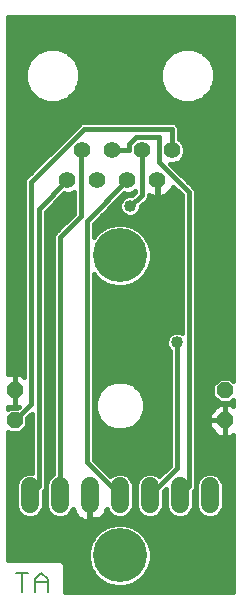
<source format=gtl>
G75*
%MOIN*%
%OFA0B0*%
%FSLAX24Y24*%
%IPPOS*%
%LPD*%
%AMOC8*
5,1,8,0,0,1.08239X$1,22.5*
%
%ADD10C,0.0060*%
%ADD11C,0.0554*%
%ADD12OC8,0.0520*%
%ADD13C,0.0600*%
%ADD14C,0.0160*%
%ADD15C,0.0150*%
%ADD16C,0.0400*%
%ADD17C,0.1800*%
D10*
X000924Y007288D02*
X000924Y007929D01*
X001137Y007929D02*
X000710Y007929D01*
X001355Y007715D02*
X001355Y007288D01*
X001355Y007608D02*
X001782Y007608D01*
X001782Y007715D02*
X001782Y007288D01*
X001782Y007715D02*
X001568Y007929D01*
X001355Y007715D01*
D11*
X002430Y021008D03*
X003430Y021008D03*
X004430Y021008D03*
X005430Y021008D03*
X004930Y022008D03*
X005930Y022008D03*
X003930Y022008D03*
X002930Y022008D03*
D12*
X000680Y014008D03*
X000680Y013008D03*
X007680Y013008D03*
X007680Y014008D03*
D13*
X007180Y010808D02*
X007180Y010208D01*
X006180Y010208D02*
X006180Y010808D01*
X005180Y010808D02*
X005180Y010208D01*
X004180Y010208D02*
X004180Y010808D01*
X003180Y010808D02*
X003180Y010208D01*
X002180Y010208D02*
X002180Y010808D01*
X001180Y010808D02*
X001180Y010208D01*
D14*
X000760Y010020D02*
X000460Y010020D01*
X000460Y010178D02*
X000720Y010178D01*
X000720Y010117D02*
X000790Y009948D01*
X000919Y009818D01*
X001088Y009748D01*
X001271Y009748D01*
X001441Y009818D01*
X001570Y009948D01*
X001640Y010117D01*
X001640Y010636D01*
X001715Y010711D01*
X001715Y019961D01*
X002330Y020576D01*
X002343Y020571D01*
X002517Y020571D01*
X002645Y020624D01*
X002645Y019905D01*
X002083Y019343D01*
X001945Y019205D01*
X001945Y011209D01*
X001919Y011198D01*
X001790Y011069D01*
X001720Y010900D01*
X001720Y010117D01*
X001790Y009948D01*
X001919Y009818D01*
X002088Y009748D01*
X002271Y009748D01*
X002441Y009818D01*
X002570Y009948D01*
X002618Y010062D01*
X002642Y009985D01*
X002684Y009904D01*
X002738Y009830D01*
X002802Y009766D01*
X002876Y009712D01*
X002957Y009671D01*
X003044Y009642D01*
X003134Y009628D01*
X003160Y009628D01*
X003160Y010488D01*
X003200Y010488D01*
X003200Y009628D01*
X003226Y009628D01*
X003316Y009642D01*
X003403Y009671D01*
X003484Y009712D01*
X003558Y009766D01*
X003622Y009830D01*
X003676Y009904D01*
X003718Y009985D01*
X003742Y010062D01*
X003790Y009948D01*
X003919Y009818D01*
X004088Y009748D01*
X004271Y009748D01*
X004441Y009818D01*
X004570Y009948D01*
X004640Y010117D01*
X004640Y010900D01*
X004570Y011069D01*
X004441Y011198D01*
X004271Y011268D01*
X004088Y011268D01*
X003919Y011198D01*
X003871Y011150D01*
X003315Y011705D01*
X003315Y017886D01*
X003332Y017857D01*
X003529Y017660D01*
X003771Y017520D01*
X004040Y017448D01*
X004320Y017448D01*
X004589Y017520D01*
X004831Y017660D01*
X005028Y017857D01*
X005168Y018099D01*
X005240Y018369D01*
X005240Y018648D01*
X005168Y018917D01*
X005028Y019159D01*
X004831Y019356D01*
X004589Y019496D01*
X004320Y019568D01*
X004040Y019568D01*
X003771Y019496D01*
X003529Y019356D01*
X003332Y019159D01*
X003315Y019130D01*
X003315Y019561D01*
X004330Y020576D01*
X004343Y020571D01*
X004517Y020571D01*
X004678Y020638D01*
X004690Y020650D01*
X004690Y020610D01*
X004585Y020518D01*
X004458Y020518D01*
X004326Y020463D01*
X004225Y020362D01*
X004170Y020230D01*
X004170Y020087D01*
X004225Y019954D01*
X004326Y019853D01*
X004458Y019798D01*
X004602Y019798D01*
X004734Y019853D01*
X004835Y019954D01*
X004890Y020087D01*
X004890Y020161D01*
X005044Y020296D01*
X005066Y020305D01*
X005133Y020372D01*
X005135Y020375D01*
X005158Y020395D01*
X005161Y020438D01*
X005170Y020460D01*
X005170Y020515D01*
X005216Y020492D01*
X005300Y020465D01*
X005386Y020451D01*
X005421Y020451D01*
X005421Y021000D01*
X005439Y021000D01*
X005439Y020451D01*
X005474Y020451D01*
X005560Y020465D01*
X005644Y020492D01*
X005722Y020532D01*
X005793Y020583D01*
X005855Y020645D01*
X005907Y020716D01*
X005946Y020794D01*
X005950Y020806D01*
X006245Y020511D01*
X006245Y015929D01*
X006152Y015968D01*
X006008Y015968D01*
X005876Y015913D01*
X005775Y015812D01*
X005720Y015680D01*
X005720Y015537D01*
X005775Y015404D01*
X005845Y015334D01*
X005845Y011505D01*
X005489Y011150D01*
X005441Y011198D01*
X005271Y011268D01*
X005088Y011268D01*
X004919Y011198D01*
X004790Y011069D01*
X004720Y010900D01*
X004720Y010117D01*
X004790Y009948D01*
X004919Y009818D01*
X005088Y009748D01*
X005271Y009748D01*
X005441Y009818D01*
X005570Y009948D01*
X005640Y010117D01*
X005640Y010636D01*
X005720Y010716D01*
X005720Y010117D01*
X005790Y009948D01*
X005919Y009818D01*
X006088Y009748D01*
X006271Y009748D01*
X006441Y009818D01*
X006570Y009948D01*
X006640Y010117D01*
X006640Y010636D01*
X006715Y010711D01*
X006715Y020705D01*
X006577Y020843D01*
X005850Y021571D01*
X006017Y021571D01*
X006178Y021638D01*
X006301Y021761D01*
X006367Y021921D01*
X006367Y022095D01*
X006301Y022256D01*
X006178Y022379D01*
X006165Y022384D01*
X006165Y022805D01*
X006027Y022943D01*
X002883Y022943D01*
X002745Y022805D01*
X000995Y021055D01*
X000995Y014457D01*
X000904Y014548D01*
X000680Y014548D01*
X000460Y014548D01*
X000460Y026464D01*
X007961Y026464D01*
X007961Y014321D01*
X007854Y014428D01*
X007506Y014428D01*
X007260Y014182D01*
X007260Y013834D01*
X007506Y013588D01*
X007854Y013588D01*
X007961Y013695D01*
X007961Y013491D01*
X007904Y013548D01*
X007680Y013548D01*
X007456Y013548D01*
X007140Y013232D01*
X007140Y013008D01*
X007140Y012784D01*
X007456Y012468D01*
X007680Y012468D01*
X007680Y013008D01*
X007680Y012468D01*
X007904Y012468D01*
X007961Y012525D01*
X007961Y007288D01*
X002349Y007288D01*
X002349Y008202D01*
X002346Y008223D01*
X002341Y008243D01*
X002333Y008262D01*
X002322Y008281D01*
X002310Y008297D01*
X002295Y008312D01*
X002278Y008325D01*
X002260Y008335D01*
X002240Y008343D01*
X002220Y008349D01*
X002199Y008351D01*
X000460Y008351D01*
X000460Y012634D01*
X000506Y012588D01*
X000854Y012588D01*
X001100Y012834D01*
X001100Y013096D01*
X001245Y013241D01*
X001245Y011268D01*
X001088Y011268D01*
X000919Y011198D01*
X000790Y011069D01*
X000720Y010900D01*
X000720Y010117D01*
X000720Y010337D02*
X000460Y010337D01*
X000460Y010495D02*
X000720Y010495D01*
X000720Y010654D02*
X000460Y010654D01*
X000460Y010812D02*
X000720Y010812D01*
X000749Y010971D02*
X000460Y010971D01*
X000460Y011129D02*
X000850Y011129D01*
X000460Y011288D02*
X001245Y011288D01*
X001245Y011446D02*
X000460Y011446D01*
X000460Y011605D02*
X001245Y011605D01*
X001245Y011763D02*
X000460Y011763D01*
X000460Y011922D02*
X001245Y011922D01*
X001245Y012080D02*
X000460Y012080D01*
X000460Y012239D02*
X001245Y012239D01*
X001245Y012397D02*
X000460Y012397D01*
X000460Y012556D02*
X001245Y012556D01*
X001245Y012714D02*
X000980Y012714D01*
X001100Y012873D02*
X001245Y012873D01*
X001245Y013031D02*
X001100Y013031D01*
X001194Y013190D02*
X001245Y013190D01*
X001715Y013190D02*
X001945Y013190D01*
X001945Y013348D02*
X001715Y013348D01*
X001715Y013507D02*
X001945Y013507D01*
X001945Y013665D02*
X001715Y013665D01*
X001715Y013824D02*
X001945Y013824D01*
X001945Y013982D02*
X001715Y013982D01*
X001715Y014141D02*
X001945Y014141D01*
X001945Y014299D02*
X001715Y014299D01*
X001715Y014458D02*
X001945Y014458D01*
X001945Y014616D02*
X001715Y014616D01*
X001715Y014775D02*
X001945Y014775D01*
X001945Y014933D02*
X001715Y014933D01*
X001715Y015092D02*
X001945Y015092D01*
X001945Y015250D02*
X001715Y015250D01*
X001715Y015409D02*
X001945Y015409D01*
X001945Y015567D02*
X001715Y015567D01*
X001715Y015726D02*
X001945Y015726D01*
X001945Y015884D02*
X001715Y015884D01*
X001715Y016043D02*
X001945Y016043D01*
X001945Y016201D02*
X001715Y016201D01*
X001715Y016360D02*
X001945Y016360D01*
X001945Y016518D02*
X001715Y016518D01*
X001715Y016677D02*
X001945Y016677D01*
X001945Y016835D02*
X001715Y016835D01*
X001715Y016994D02*
X001945Y016994D01*
X001945Y017152D02*
X001715Y017152D01*
X001715Y017311D02*
X001945Y017311D01*
X001945Y017469D02*
X001715Y017469D01*
X001715Y017628D02*
X001945Y017628D01*
X001945Y017786D02*
X001715Y017786D01*
X001715Y017945D02*
X001945Y017945D01*
X001945Y018103D02*
X001715Y018103D01*
X001715Y018262D02*
X001945Y018262D01*
X001945Y018420D02*
X001715Y018420D01*
X001715Y018579D02*
X001945Y018579D01*
X001945Y018737D02*
X001715Y018737D01*
X001715Y018896D02*
X001945Y018896D01*
X001945Y019054D02*
X001715Y019054D01*
X001715Y019213D02*
X001952Y019213D01*
X002111Y019371D02*
X001715Y019371D01*
X001715Y019530D02*
X002269Y019530D01*
X002428Y019688D02*
X001715Y019688D01*
X001715Y019847D02*
X002586Y019847D01*
X002645Y020005D02*
X001759Y020005D01*
X001918Y020164D02*
X002645Y020164D01*
X002645Y020322D02*
X002076Y020322D01*
X002235Y020481D02*
X002645Y020481D01*
X003442Y019688D02*
X006245Y019688D01*
X006245Y019530D02*
X004463Y019530D01*
X004341Y019847D02*
X003601Y019847D01*
X003759Y020005D02*
X004204Y020005D01*
X004170Y020164D02*
X003918Y020164D01*
X004076Y020322D02*
X004208Y020322D01*
X004235Y020481D02*
X004368Y020481D01*
X004679Y020639D02*
X004690Y020639D01*
X004930Y020508D02*
X004930Y022008D01*
X005421Y020956D02*
X005439Y020956D01*
X005439Y020798D02*
X005421Y020798D01*
X005421Y020639D02*
X005439Y020639D01*
X005439Y020481D02*
X005421Y020481D01*
X005250Y020481D02*
X005170Y020481D01*
X005083Y020322D02*
X006245Y020322D01*
X006245Y020164D02*
X004893Y020164D01*
X004856Y020005D02*
X006245Y020005D01*
X006245Y019847D02*
X004719Y019847D01*
X004805Y019371D02*
X006245Y019371D01*
X006245Y019213D02*
X004975Y019213D01*
X005089Y019054D02*
X006245Y019054D01*
X006245Y018896D02*
X005174Y018896D01*
X005216Y018737D02*
X006245Y018737D01*
X006245Y018579D02*
X005240Y018579D01*
X005240Y018420D02*
X006245Y018420D01*
X006245Y018262D02*
X005211Y018262D01*
X005169Y018103D02*
X006245Y018103D01*
X006245Y017945D02*
X005079Y017945D01*
X004957Y017786D02*
X006245Y017786D01*
X006245Y017628D02*
X004775Y017628D01*
X004398Y017469D02*
X006245Y017469D01*
X006245Y017311D02*
X003315Y017311D01*
X003315Y017469D02*
X003962Y017469D01*
X003585Y017628D02*
X003315Y017628D01*
X003315Y017786D02*
X003403Y017786D01*
X003315Y017152D02*
X006245Y017152D01*
X006245Y016994D02*
X003315Y016994D01*
X003315Y016835D02*
X006245Y016835D01*
X006245Y016677D02*
X003315Y016677D01*
X003315Y016518D02*
X006245Y016518D01*
X006245Y016360D02*
X003315Y016360D01*
X003315Y016201D02*
X006245Y016201D01*
X006245Y016043D02*
X003315Y016043D01*
X003315Y015884D02*
X005847Y015884D01*
X005739Y015726D02*
X003315Y015726D01*
X003315Y015567D02*
X005720Y015567D01*
X005773Y015409D02*
X003315Y015409D01*
X003315Y015250D02*
X005845Y015250D01*
X005845Y015092D02*
X003315Y015092D01*
X003315Y014933D02*
X005845Y014933D01*
X005845Y014775D02*
X003315Y014775D01*
X003315Y014616D02*
X005845Y014616D01*
X005845Y014458D02*
X003315Y014458D01*
X003315Y014299D02*
X003918Y014299D01*
X004015Y014339D02*
X003709Y014213D01*
X003475Y013979D01*
X003349Y013673D01*
X003349Y013343D01*
X003475Y013037D01*
X003709Y012803D01*
X004015Y012677D01*
X004345Y012677D01*
X004651Y012803D01*
X004885Y013037D01*
X005011Y013343D01*
X005011Y013673D01*
X004885Y013979D01*
X004651Y014213D01*
X004345Y014339D01*
X004015Y014339D01*
X004442Y014299D02*
X005845Y014299D01*
X005845Y014141D02*
X004723Y014141D01*
X004881Y013982D02*
X005845Y013982D01*
X005845Y013824D02*
X004949Y013824D01*
X005011Y013665D02*
X005845Y013665D01*
X005845Y013507D02*
X005011Y013507D01*
X005011Y013348D02*
X005845Y013348D01*
X005845Y013190D02*
X004948Y013190D01*
X004878Y013031D02*
X005845Y013031D01*
X005845Y012873D02*
X004720Y012873D01*
X004435Y012714D02*
X005845Y012714D01*
X005845Y012556D02*
X003315Y012556D01*
X003315Y012714D02*
X003925Y012714D01*
X003640Y012873D02*
X003315Y012873D01*
X003315Y013031D02*
X003482Y013031D01*
X003412Y013190D02*
X003315Y013190D01*
X003315Y013348D02*
X003349Y013348D01*
X003349Y013507D02*
X003315Y013507D01*
X003315Y013665D02*
X003349Y013665D01*
X003315Y013824D02*
X003411Y013824D01*
X003479Y013982D02*
X003315Y013982D01*
X003315Y014141D02*
X003637Y014141D01*
X001945Y013031D02*
X001715Y013031D01*
X001715Y012873D02*
X001945Y012873D01*
X001945Y012714D02*
X001715Y012714D01*
X001715Y012556D02*
X001945Y012556D01*
X001945Y012397D02*
X001715Y012397D01*
X001715Y012239D02*
X001945Y012239D01*
X001945Y012080D02*
X001715Y012080D01*
X001715Y011922D02*
X001945Y011922D01*
X001945Y011763D02*
X001715Y011763D01*
X001715Y011605D02*
X001945Y011605D01*
X001945Y011446D02*
X001715Y011446D01*
X001715Y011288D02*
X001945Y011288D01*
X001850Y011129D02*
X001715Y011129D01*
X001715Y010971D02*
X001749Y010971D01*
X001720Y010812D02*
X001715Y010812D01*
X001720Y010654D02*
X001658Y010654D01*
X001640Y010495D02*
X001720Y010495D01*
X001720Y010337D02*
X001640Y010337D01*
X001640Y010178D02*
X001720Y010178D01*
X001760Y010020D02*
X001600Y010020D01*
X001484Y009861D02*
X001876Y009861D01*
X002484Y009861D02*
X002715Y009861D01*
X002631Y010020D02*
X002600Y010020D01*
X002895Y009703D02*
X000460Y009703D01*
X000460Y009861D02*
X000876Y009861D01*
X000460Y009544D02*
X003951Y009544D01*
X004040Y009568D02*
X003771Y009496D01*
X003529Y009356D01*
X003332Y009159D01*
X003192Y008917D01*
X003120Y008648D01*
X003120Y008369D01*
X003192Y008099D01*
X003332Y007857D01*
X003529Y007660D01*
X003771Y007520D01*
X004040Y007448D01*
X004320Y007448D01*
X004589Y007520D01*
X004831Y007660D01*
X005028Y007857D01*
X005168Y008099D01*
X005240Y008369D01*
X005240Y008648D01*
X005168Y008917D01*
X005028Y009159D01*
X004831Y009356D01*
X004589Y009496D01*
X004320Y009568D01*
X004040Y009568D01*
X003876Y009861D02*
X003645Y009861D01*
X003729Y010020D02*
X003760Y010020D01*
X003465Y009703D02*
X007961Y009703D01*
X007961Y009861D02*
X007484Y009861D01*
X007441Y009818D02*
X007570Y009948D01*
X007640Y010117D01*
X007640Y010900D01*
X007570Y011069D01*
X007441Y011198D01*
X007271Y011268D01*
X007088Y011268D01*
X006919Y011198D01*
X006790Y011069D01*
X006720Y010900D01*
X006720Y010117D01*
X006790Y009948D01*
X006919Y009818D01*
X007088Y009748D01*
X007271Y009748D01*
X007441Y009818D01*
X007600Y010020D02*
X007961Y010020D01*
X007961Y010178D02*
X007640Y010178D01*
X007640Y010337D02*
X007961Y010337D01*
X007961Y010495D02*
X007640Y010495D01*
X007640Y010654D02*
X007961Y010654D01*
X007961Y010812D02*
X007640Y010812D01*
X007611Y010971D02*
X007961Y010971D01*
X007961Y011129D02*
X007510Y011129D01*
X007961Y011288D02*
X006715Y011288D01*
X006715Y011446D02*
X007961Y011446D01*
X007961Y011605D02*
X006715Y011605D01*
X006715Y011763D02*
X007961Y011763D01*
X007961Y011922D02*
X006715Y011922D01*
X006715Y012080D02*
X007961Y012080D01*
X007961Y012239D02*
X006715Y012239D01*
X006715Y012397D02*
X007961Y012397D01*
X007680Y012556D02*
X007680Y012556D01*
X007680Y012714D02*
X007680Y012714D01*
X007680Y012873D02*
X007680Y012873D01*
X007680Y013008D02*
X007680Y013008D01*
X007140Y013008D01*
X007680Y013008D01*
X007680Y013008D01*
X007680Y013548D01*
X007680Y013008D01*
X007680Y013008D01*
X007680Y013031D02*
X007680Y013031D01*
X007680Y013190D02*
X007680Y013190D01*
X007680Y013348D02*
X007680Y013348D01*
X007680Y013507D02*
X007680Y013507D01*
X007945Y013507D02*
X007961Y013507D01*
X007961Y013665D02*
X007931Y013665D01*
X007429Y013665D02*
X006715Y013665D01*
X006715Y013507D02*
X007415Y013507D01*
X007256Y013348D02*
X006715Y013348D01*
X006715Y013190D02*
X007140Y013190D01*
X007140Y013031D02*
X006715Y013031D01*
X006715Y012873D02*
X007140Y012873D01*
X007210Y012714D02*
X006715Y012714D01*
X006715Y012556D02*
X007369Y012556D01*
X007271Y013824D02*
X006715Y013824D01*
X006715Y013982D02*
X007260Y013982D01*
X007260Y014141D02*
X006715Y014141D01*
X006715Y014299D02*
X007377Y014299D01*
X007961Y014458D02*
X006715Y014458D01*
X006715Y014616D02*
X007961Y014616D01*
X007961Y014775D02*
X006715Y014775D01*
X006715Y014933D02*
X007961Y014933D01*
X007961Y015092D02*
X006715Y015092D01*
X006715Y015250D02*
X007961Y015250D01*
X007961Y015409D02*
X006715Y015409D01*
X006715Y015567D02*
X007961Y015567D01*
X007961Y015726D02*
X006715Y015726D01*
X006715Y015884D02*
X007961Y015884D01*
X007961Y016043D02*
X006715Y016043D01*
X006715Y016201D02*
X007961Y016201D01*
X007961Y016360D02*
X006715Y016360D01*
X006715Y016518D02*
X007961Y016518D01*
X007961Y016677D02*
X006715Y016677D01*
X006715Y016835D02*
X007961Y016835D01*
X007961Y016994D02*
X006715Y016994D01*
X006715Y017152D02*
X007961Y017152D01*
X007961Y017311D02*
X006715Y017311D01*
X006715Y017469D02*
X007961Y017469D01*
X007961Y017628D02*
X006715Y017628D01*
X006715Y017786D02*
X007961Y017786D01*
X007961Y017945D02*
X006715Y017945D01*
X006715Y018103D02*
X007961Y018103D01*
X007961Y018262D02*
X006715Y018262D01*
X006715Y018420D02*
X007961Y018420D01*
X007961Y018579D02*
X006715Y018579D01*
X006715Y018737D02*
X007961Y018737D01*
X007961Y018896D02*
X006715Y018896D01*
X006715Y019054D02*
X007961Y019054D01*
X007961Y019213D02*
X006715Y019213D01*
X006715Y019371D02*
X007961Y019371D01*
X007961Y019530D02*
X006715Y019530D01*
X006715Y019688D02*
X007961Y019688D01*
X007961Y019847D02*
X006715Y019847D01*
X006715Y020005D02*
X007961Y020005D01*
X007961Y020164D02*
X006715Y020164D01*
X006715Y020322D02*
X007961Y020322D01*
X007961Y020481D02*
X006715Y020481D01*
X006715Y020639D02*
X007961Y020639D01*
X007961Y020798D02*
X006623Y020798D01*
X006464Y020956D02*
X007961Y020956D01*
X007961Y021115D02*
X006306Y021115D01*
X006147Y021273D02*
X007961Y021273D01*
X007961Y021432D02*
X005989Y021432D01*
X006063Y021590D02*
X007961Y021590D01*
X007961Y021749D02*
X006289Y021749D01*
X006361Y021907D02*
X007961Y021907D01*
X007961Y022066D02*
X006367Y022066D01*
X006314Y022224D02*
X007961Y022224D01*
X007961Y022383D02*
X006168Y022383D01*
X006165Y022541D02*
X007961Y022541D01*
X007961Y022700D02*
X006165Y022700D01*
X006112Y022858D02*
X007961Y022858D01*
X007961Y023017D02*
X000460Y023017D01*
X000460Y023175D02*
X007961Y023175D01*
X007961Y023334D02*
X000460Y023334D01*
X000460Y023492D02*
X007961Y023492D01*
X007961Y023651D02*
X006764Y023651D01*
X006613Y023588D02*
X006951Y023728D01*
X007210Y023987D01*
X007350Y024325D01*
X007350Y024691D01*
X007210Y025029D01*
X006951Y025288D01*
X006613Y025428D01*
X006247Y025428D01*
X005909Y025288D01*
X005650Y025029D01*
X005510Y024691D01*
X005510Y024325D01*
X005650Y023987D01*
X005909Y023728D01*
X006247Y023588D01*
X006613Y023588D01*
X006096Y023651D02*
X002264Y023651D01*
X002113Y023588D02*
X002451Y023728D01*
X002710Y023987D01*
X002850Y024325D01*
X002850Y024691D01*
X002710Y025029D01*
X002451Y025288D01*
X002113Y025428D01*
X001747Y025428D01*
X001409Y025288D01*
X001150Y025029D01*
X001010Y024691D01*
X001010Y024325D01*
X001150Y023987D01*
X001409Y023728D01*
X001747Y023588D01*
X002113Y023588D01*
X001596Y023651D02*
X000460Y023651D01*
X000460Y023809D02*
X001328Y023809D01*
X001169Y023968D02*
X000460Y023968D01*
X000460Y024126D02*
X001092Y024126D01*
X001027Y024285D02*
X000460Y024285D01*
X000460Y024443D02*
X001010Y024443D01*
X001010Y024602D02*
X000460Y024602D01*
X000460Y024760D02*
X001039Y024760D01*
X001104Y024919D02*
X000460Y024919D01*
X000460Y025077D02*
X001198Y025077D01*
X001356Y025236D02*
X000460Y025236D01*
X000460Y025394D02*
X001665Y025394D01*
X002195Y025394D02*
X006165Y025394D01*
X005856Y025236D02*
X002504Y025236D01*
X002662Y025077D02*
X005698Y025077D01*
X005604Y024919D02*
X002756Y024919D01*
X002821Y024760D02*
X005539Y024760D01*
X005510Y024602D02*
X002850Y024602D01*
X002850Y024443D02*
X005510Y024443D01*
X005527Y024285D02*
X002833Y024285D01*
X002768Y024126D02*
X005592Y024126D01*
X005669Y023968D02*
X002691Y023968D01*
X002532Y023809D02*
X005828Y023809D01*
X007032Y023809D02*
X007961Y023809D01*
X007961Y023968D02*
X007191Y023968D01*
X007268Y024126D02*
X007961Y024126D01*
X007961Y024285D02*
X007333Y024285D01*
X007350Y024443D02*
X007961Y024443D01*
X007961Y024602D02*
X007350Y024602D01*
X007321Y024760D02*
X007961Y024760D01*
X007961Y024919D02*
X007256Y024919D01*
X007162Y025077D02*
X007961Y025077D01*
X007961Y025236D02*
X007004Y025236D01*
X006695Y025394D02*
X007961Y025394D01*
X007961Y025553D02*
X000460Y025553D01*
X000460Y025711D02*
X007961Y025711D01*
X007961Y025870D02*
X000460Y025870D01*
X000460Y026028D02*
X007961Y026028D01*
X007961Y026187D02*
X000460Y026187D01*
X000460Y026345D02*
X007961Y026345D01*
X002798Y022858D02*
X000460Y022858D01*
X000460Y022700D02*
X002639Y022700D01*
X002481Y022541D02*
X000460Y022541D01*
X000460Y022383D02*
X002322Y022383D01*
X002164Y022224D02*
X000460Y022224D01*
X000460Y022066D02*
X002005Y022066D01*
X001847Y021907D02*
X000460Y021907D01*
X000460Y021749D02*
X001688Y021749D01*
X001530Y021590D02*
X000460Y021590D01*
X000460Y021432D02*
X001371Y021432D01*
X001213Y021273D02*
X000460Y021273D01*
X000460Y021115D02*
X001054Y021115D01*
X000995Y020956D02*
X000460Y020956D01*
X000460Y020798D02*
X000995Y020798D01*
X000995Y020639D02*
X000460Y020639D01*
X000460Y020481D02*
X000995Y020481D01*
X000995Y020322D02*
X000460Y020322D01*
X000460Y020164D02*
X000995Y020164D01*
X000995Y020005D02*
X000460Y020005D01*
X000460Y019847D02*
X000995Y019847D01*
X000995Y019688D02*
X000460Y019688D01*
X000460Y019530D02*
X000995Y019530D01*
X000995Y019371D02*
X000460Y019371D01*
X000460Y019213D02*
X000995Y019213D01*
X000995Y019054D02*
X000460Y019054D01*
X000460Y018896D02*
X000995Y018896D01*
X000995Y018737D02*
X000460Y018737D01*
X000460Y018579D02*
X000995Y018579D01*
X000995Y018420D02*
X000460Y018420D01*
X000460Y018262D02*
X000995Y018262D01*
X000995Y018103D02*
X000460Y018103D01*
X000460Y017945D02*
X000995Y017945D01*
X000995Y017786D02*
X000460Y017786D01*
X000460Y017628D02*
X000995Y017628D01*
X000995Y017469D02*
X000460Y017469D01*
X000460Y017311D02*
X000995Y017311D01*
X000995Y017152D02*
X000460Y017152D01*
X000460Y016994D02*
X000995Y016994D01*
X000995Y016835D02*
X000460Y016835D01*
X000460Y016677D02*
X000995Y016677D01*
X000995Y016518D02*
X000460Y016518D01*
X000460Y016360D02*
X000995Y016360D01*
X000995Y016201D02*
X000460Y016201D01*
X000460Y016043D02*
X000995Y016043D01*
X000995Y015884D02*
X000460Y015884D01*
X000460Y015726D02*
X000995Y015726D01*
X000995Y015567D02*
X000460Y015567D01*
X000460Y015409D02*
X000995Y015409D01*
X000995Y015250D02*
X000460Y015250D01*
X000460Y015092D02*
X000995Y015092D01*
X000995Y014933D02*
X000460Y014933D01*
X000460Y014775D02*
X000995Y014775D01*
X000995Y014616D02*
X000460Y014616D01*
X000680Y014548D02*
X000680Y014008D01*
X000680Y013468D01*
X000680Y014008D01*
X000680Y014008D01*
X000680Y014008D01*
X000680Y014548D01*
X000680Y014458D02*
X000680Y014458D01*
X000680Y014299D02*
X000680Y014299D01*
X000680Y014141D02*
X000680Y014141D01*
X000680Y013982D02*
X000680Y013982D01*
X000680Y013824D02*
X000680Y013824D01*
X000680Y013665D02*
X000680Y013665D01*
X000680Y013507D02*
X000680Y013507D01*
X000680Y013468D02*
X000808Y013468D01*
X000768Y013428D01*
X000506Y013428D01*
X000460Y013382D01*
X000460Y013468D01*
X000680Y013468D01*
X000994Y014458D02*
X000995Y014458D01*
X003315Y012397D02*
X005845Y012397D01*
X005845Y012239D02*
X003315Y012239D01*
X003315Y012080D02*
X005845Y012080D01*
X005845Y011922D02*
X003315Y011922D01*
X003315Y011763D02*
X005845Y011763D01*
X005845Y011605D02*
X003416Y011605D01*
X003574Y011446D02*
X005786Y011446D01*
X005627Y011288D02*
X003733Y011288D01*
X004510Y011129D02*
X004850Y011129D01*
X004749Y010971D02*
X004611Y010971D01*
X004640Y010812D02*
X004720Y010812D01*
X004720Y010654D02*
X004640Y010654D01*
X004640Y010495D02*
X004720Y010495D01*
X004720Y010337D02*
X004640Y010337D01*
X004640Y010178D02*
X004720Y010178D01*
X004760Y010020D02*
X004600Y010020D01*
X004484Y009861D02*
X004876Y009861D01*
X004780Y009386D02*
X007961Y009386D01*
X007961Y009544D02*
X004409Y009544D01*
X004960Y009227D02*
X007961Y009227D01*
X007961Y009069D02*
X005080Y009069D01*
X005170Y008910D02*
X007961Y008910D01*
X007961Y008752D02*
X005212Y008752D01*
X005240Y008593D02*
X007961Y008593D01*
X007961Y008435D02*
X005240Y008435D01*
X005215Y008276D02*
X007961Y008276D01*
X007961Y008118D02*
X005173Y008118D01*
X005087Y007959D02*
X007961Y007959D01*
X007961Y007801D02*
X004972Y007801D01*
X004800Y007642D02*
X007961Y007642D01*
X007961Y007484D02*
X004452Y007484D01*
X003908Y007484D02*
X002349Y007484D01*
X002349Y007642D02*
X003560Y007642D01*
X003388Y007801D02*
X002349Y007801D01*
X002349Y007959D02*
X003273Y007959D01*
X003187Y008118D02*
X002349Y008118D01*
X002325Y008276D02*
X003145Y008276D01*
X003120Y008435D02*
X000460Y008435D01*
X000460Y008593D02*
X003120Y008593D01*
X003148Y008752D02*
X000460Y008752D01*
X000460Y008910D02*
X003190Y008910D01*
X003280Y009069D02*
X000460Y009069D01*
X000460Y009227D02*
X003400Y009227D01*
X003580Y009386D02*
X000460Y009386D01*
X002349Y007325D02*
X007961Y007325D01*
X006876Y009861D02*
X006484Y009861D01*
X006600Y010020D02*
X006760Y010020D01*
X006720Y010178D02*
X006640Y010178D01*
X006640Y010337D02*
X006720Y010337D01*
X006720Y010495D02*
X006640Y010495D01*
X006658Y010654D02*
X006720Y010654D01*
X006715Y010812D02*
X006720Y010812D01*
X006715Y010971D02*
X006749Y010971D01*
X006715Y011129D02*
X006850Y011129D01*
X005720Y010654D02*
X005658Y010654D01*
X005640Y010495D02*
X005720Y010495D01*
X005720Y010337D02*
X005640Y010337D01*
X005640Y010178D02*
X005720Y010178D01*
X005760Y010020D02*
X005600Y010020D01*
X005484Y009861D02*
X005876Y009861D01*
X003200Y009861D02*
X003160Y009861D01*
X003160Y009703D02*
X003200Y009703D01*
X003200Y010020D02*
X003160Y010020D01*
X003160Y010178D02*
X003200Y010178D01*
X003200Y010337D02*
X003160Y010337D01*
X003315Y019213D02*
X003385Y019213D01*
X003315Y019371D02*
X003555Y019371D01*
X003315Y019530D02*
X003897Y019530D01*
X005610Y020481D02*
X006245Y020481D01*
X006117Y020639D02*
X005849Y020639D01*
X005947Y020798D02*
X005958Y020798D01*
D15*
X006480Y020608D02*
X006480Y010808D01*
X006180Y010508D01*
X006080Y011408D02*
X006080Y015608D01*
X002180Y019108D02*
X002180Y010508D01*
X001480Y010808D02*
X001180Y010508D01*
X001480Y010808D02*
X001480Y020058D01*
X002430Y021008D01*
X002880Y021958D02*
X002880Y019808D01*
X002180Y019108D01*
X003080Y019658D02*
X003080Y011608D01*
X004180Y010508D01*
X004680Y010058D02*
X004330Y009708D01*
X003180Y009708D01*
X003180Y010508D01*
X004680Y010058D02*
X004680Y010958D01*
X005430Y011708D01*
X005430Y021008D01*
X005480Y021608D02*
X006480Y020608D01*
X005480Y021608D02*
X005480Y022458D01*
X004730Y022458D01*
X004480Y022208D01*
X004480Y022008D01*
X003930Y022008D01*
X002930Y022008D02*
X002880Y021958D01*
X002980Y022708D02*
X005930Y022708D01*
X005930Y022008D01*
X004930Y020508D02*
X004530Y020158D01*
X004430Y021008D02*
X003080Y019658D01*
X001230Y020958D02*
X002980Y022708D01*
X001230Y020958D02*
X001230Y013558D01*
X000680Y013008D01*
X005180Y010508D02*
X006080Y011408D01*
D16*
X006080Y015608D03*
X004530Y020158D03*
D17*
X004180Y018508D03*
X004180Y008508D03*
M02*

</source>
